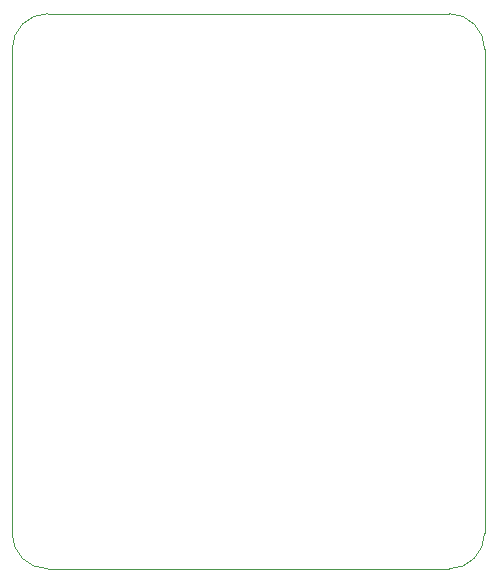
<source format=gbr>
%TF.GenerationSoftware,KiCad,Pcbnew,8.0.4*%
%TF.CreationDate,2024-11-27T18:51:44-06:00*%
%TF.ProjectId,TempReader_w_I2C.kicad_sch,54656d70-5265-4616-9465-725f775f4932,rev?*%
%TF.SameCoordinates,Original*%
%TF.FileFunction,Profile,NP*%
%FSLAX46Y46*%
G04 Gerber Fmt 4.6, Leading zero omitted, Abs format (unit mm)*
G04 Created by KiCad (PCBNEW 8.0.4) date 2024-11-27 18:51:44*
%MOMM*%
%LPD*%
G01*
G04 APERTURE LIST*
%TA.AperFunction,Profile*%
%ADD10C,0.050000*%
%TD*%
G04 APERTURE END LIST*
D10*
X195000000Y-114000000D02*
X195000000Y-73000000D01*
X158000000Y-117000000D02*
G75*
G02*
X155000000Y-114000000I0J3000000D01*
G01*
X192000000Y-70000000D02*
X158000000Y-70000000D01*
X155000000Y-73000000D02*
G75*
G02*
X158000000Y-70000000I3000000J0D01*
G01*
X158000000Y-117000000D02*
X192000000Y-117000000D01*
X192000000Y-70000000D02*
G75*
G02*
X195000000Y-73000000I0J-3000000D01*
G01*
X195000000Y-114000000D02*
G75*
G02*
X192000000Y-117000000I-3000000J0D01*
G01*
X155000000Y-73000000D02*
X155000000Y-114000000D01*
M02*

</source>
